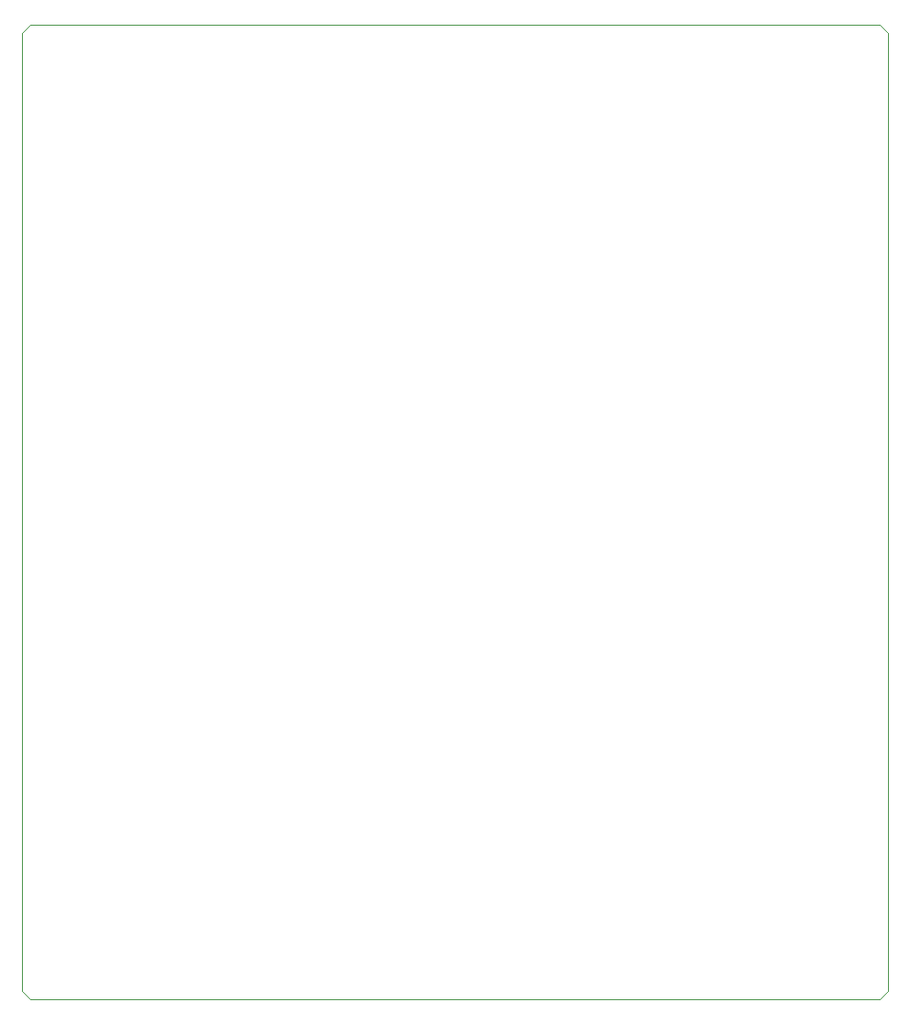
<source format=gbr>
G04 #@! TF.GenerationSoftware,KiCad,Pcbnew,(5.1.2)-2*
G04 #@! TF.CreationDate,2019-09-08T17:56:47+02:00*
G04 #@! TF.ProjectId,BLDC_driver_v1,424c4443-5f64-4726-9976-65725f76312e,rev?*
G04 #@! TF.SameCoordinates,Original*
G04 #@! TF.FileFunction,Profile,NP*
%FSLAX46Y46*%
G04 Gerber Fmt 4.6, Leading zero omitted, Abs format (unit mm)*
G04 Created by KiCad (PCBNEW (5.1.2)-2) date 2019-09-08 17:56:47*
%MOMM*%
%LPD*%
G04 APERTURE LIST*
%ADD10C,0.050000*%
G04 APERTURE END LIST*
D10*
X50750000Y-130000000D02*
X50000000Y-129250000D01*
X129250000Y-130000000D02*
X130000000Y-129250000D01*
X129250000Y-40000000D02*
X130000000Y-40750000D01*
X50000000Y-40750000D02*
X50750000Y-40000000D01*
X129250000Y-40000000D02*
X50750000Y-40000000D01*
X130000000Y-129250000D02*
X130000000Y-40750000D01*
X50750000Y-130000000D02*
X129250000Y-130000000D01*
X50000000Y-40750000D02*
X50000000Y-129250000D01*
M02*

</source>
